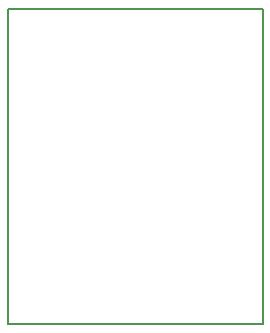
<source format=gbr>
G04 #@! TF.GenerationSoftware,KiCad,Pcbnew,5.0.2-bee76a0~70~ubuntu16.04.1*
G04 #@! TF.CreationDate,2019-07-30T14:23:51+02:00*
G04 #@! TF.ProjectId,hw-BOB-ATSAMD11D,68772d42-4f42-42d4-9154-53414d443131,rev?*
G04 #@! TF.SameCoordinates,Original*
G04 #@! TF.FileFunction,Profile,NP*
%FSLAX46Y46*%
G04 Gerber Fmt 4.6, Leading zero omitted, Abs format (unit mm)*
G04 Created by KiCad (PCBNEW 5.0.2-bee76a0~70~ubuntu16.04.1) date Tue 30 Jul 2019 02:23:51 PM CEST*
%MOMM*%
%LPD*%
G01*
G04 APERTURE LIST*
%ADD10C,0.200000*%
G04 APERTURE END LIST*
D10*
X109855000Y-67945000D02*
X109855000Y-41275000D01*
X131445000Y-67945000D02*
X109855000Y-67945000D01*
X131445000Y-41275000D02*
X131445000Y-67945000D01*
X109855000Y-41275000D02*
X131445000Y-41275000D01*
M02*

</source>
